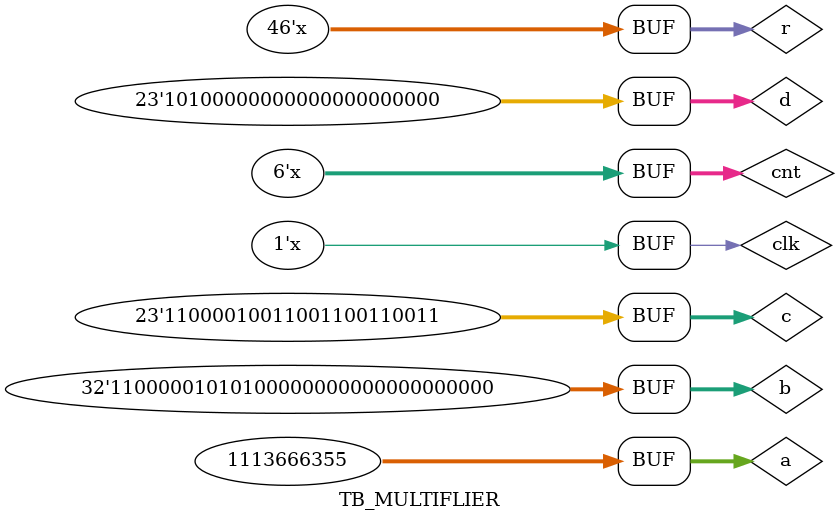
<source format=v>
`timescale 1ns / 1ps


module TB_MULTIFLIER;

	// Inputs
	reg clk;
	reg [5:0] cnt;
	reg [31:0] a;
	reg [31:0] b;
	
	reg [22:0] c;
	reg [22:0] d;
	reg [45:0] r;

	// Outputs
	wire [31:0] result;
	wire overflow;

	// Instantiate the Unit Under Test (UUT)
	SB_MULTIFLIER uut (
		.clk(clk), 
		.cnt(cnt), 
		.a(a), 
		.b(b), 
		.result(result), 
		.overflow(overflow)
	);

	initial begin
		// Initialize Inputs
		clk <= 0;
		cnt <= 0;
		a = 36'h042613333; //24.3
		b = 36'h0c1500000; //-5
	//	a = 36'h0c2613333; //-24.3
	//	b = 36'h041500000; //5

		// Wait 100 ns for global reset to finish
		#100;
        c <= 23'd6370099;
		  d <= 23'd5242880;
		#10;
			r <= c*d;
		// Add stimulus here

	end
	
   always #50 clk=~clk;
	always #100 cnt = cnt+1;
      
endmodule


</source>
